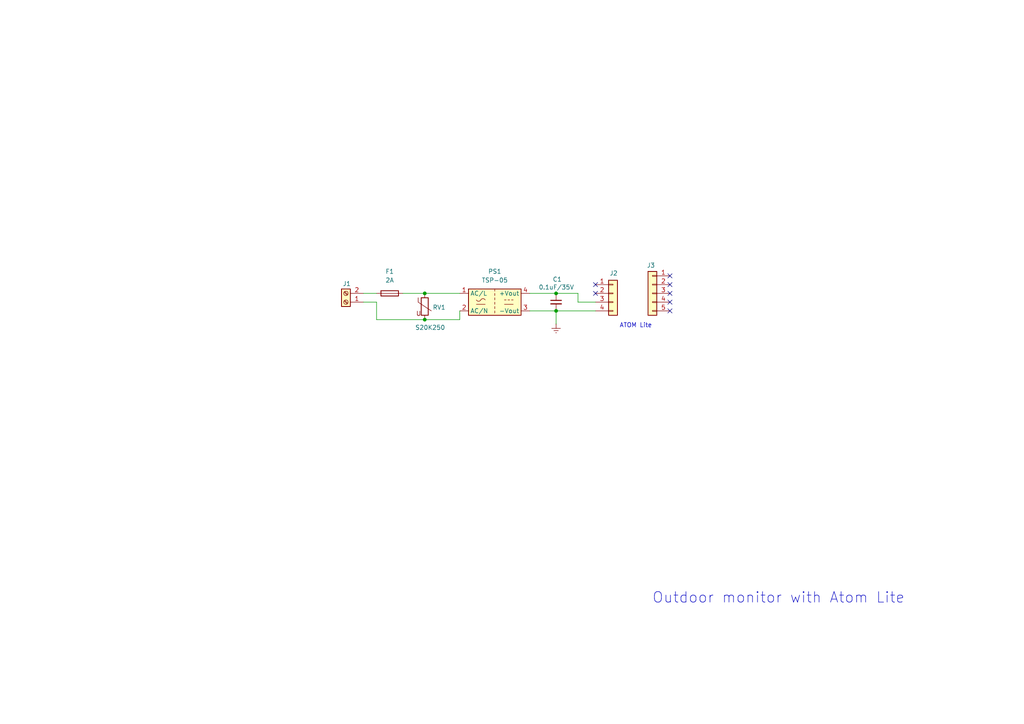
<source format=kicad_sch>
(kicad_sch (version 20250114) (generator "eeschema") (generator_version "9.0")
  (paper "A4")
  (lib_symbols
    (symbol "Connector:Screw_Terminal_01x02" (pin_names (offset 1.016) (hide yes))
      (property "Reference" "J" (at 0 2.54 0))
      (property "Value" "Screw_Terminal_01x02" (at 0 -5.08 0))
      (symbol "Screw_Terminal_01x02_1_1"
        (rectangle (start -1.27 1.27) (end 1.27 -3.81) (stroke (width 0.254)) (fill (type background)))
        (polyline (pts (xy -0.5334 0.3302) (xy 0.3302 -0.508)) (stroke (width 0.1524)))
        (polyline (pts (xy -0.5334 -2.2098) (xy 0.3302 -3.048)) (stroke (width 0.1524)))
        (polyline (pts (xy -0.3556 0.508) (xy 0.508 -0.3302)) (stroke (width 0.1524)))
        (polyline (pts (xy -0.3556 -2.032) (xy 0.508 -2.8702)) (stroke (width 0.1524)))
        (circle (center 0 0) (radius 0.635) (stroke (width 0.1524)))
        (circle (center 0 -2.54) (radius 0.635) (stroke (width 0.1524)))
        (pin passive line (at -5.08 0 0) (length 3.81) (name "Pin_1") (number "1"))
        (pin passive line (at -5.08 -2.54 0) (length 3.81) (name "Pin_2") (number "2"))
      )
    )
    (symbol "Connector_Generic:Conn_01x04" (pin_names (offset 1.016) (hide yes))
      (property "Reference" "J" (at 0 5.08 0))
      (property "Value" "Conn_01x04" (at 0 -7.62 0))
      (symbol "Conn_01x04_1_1"
        (rectangle (start -1.27 3.81) (end 1.27 -6.35) (stroke (width 0.254)) (fill (type background)))
        (rectangle (start -1.27 2.667) (end 0 2.413) (stroke (width 0.1524)))
        (rectangle (start -1.27 0.127) (end 0 -0.127) (stroke (width 0.1524)))
        (rectangle (start -1.27 -2.413) (end 0 -2.667) (stroke (width 0.1524)))
        (rectangle (start -1.27 -4.953) (end 0 -5.207) (stroke (width 0.1524)))
        (pin passive line (at -5.08 2.54 0) (length 3.81) (name "Pin_1") (number "1"))
        (pin passive line (at -5.08 0 0) (length 3.81) (name "Pin_2") (number "2"))
        (pin passive line (at -5.08 -2.54 0) (length 3.81) (name "Pin_3") (number "3"))
        (pin passive line (at -5.08 -5.08 0) (length 3.81) (name "Pin_4") (number "4"))
      )
    )
    (symbol "Connector_Generic:Conn_01x05" (pin_names (offset 1.016) (hide yes))
      (property "Reference" "J" (at 0 7.62 0))
      (property "Value" "Conn_01x05" (at 0 -7.62 0))
      (symbol "Conn_01x05_1_1"
        (rectangle (start -1.27 6.35) (end 1.27 -6.35) (stroke (width 0.254)) (fill (type background)))
        (rectangle (start -1.27 5.207) (end 0 4.953) (stroke (width 0.1524)))
        (rectangle (start -1.27 2.667) (end 0 2.413) (stroke (width 0.1524)))
        (rectangle (start -1.27 0.127) (end 0 -0.127) (stroke (width 0.1524)))
        (rectangle (start -1.27 -2.413) (end 0 -2.667) (stroke (width 0.1524)))
        (rectangle (start -1.27 -4.953) (end 0 -5.207) (stroke (width 0.1524)))
        (pin passive line (at -5.08 5.08 0) (length 3.81) (name "Pin_1") (number "1"))
        (pin passive line (at -5.08 2.54 0) (length 3.81) (name "Pin_2") (number "2"))
        (pin passive line (at -5.08 0 0) (length 3.81) (name "Pin_3") (number "3"))
        (pin passive line (at -5.08 -2.54 0) (length 3.81) (name "Pin_4") (number "4"))
        (pin passive line (at -5.08 -5.08 0) (length 3.81) (name "Pin_5") (number "5"))
      )
    )
    (symbol "Converter_ACDC:HLK-PM01"
      (property "Reference" "PS" (at 0 5.08 0))
      (property "Value" "HLK-PM01" (at 0 -5.08 0))
      (symbol "HLK-PM01_0_1"
        (rectangle (start -7.62 3.81) (end 7.62 -3.81) (stroke (width 0.254)) (fill (type background)))
        (polyline (pts (xy -5.334 -0.635) (xy -2.794 -0.635)))
        (arc (start -4.064 0.635) (mid -4.699 0.2495) (end -5.334 0.635))
        (arc (start -4.064 0.635) (mid -3.429 1.0072) (end -2.794 0.635))
        (polyline (pts (xy 0 3.81) (xy 0 3.175)))
        (polyline (pts (xy 0 2.54) (xy 0 1.905)))
        (polyline (pts (xy 0 1.27) (xy 0 0.635)))
        (polyline (pts (xy 0 0) (xy 0 -0.635)))
        (polyline (pts (xy 0 -1.27) (xy 0 -1.905)))
        (polyline (pts (xy 0 -2.54) (xy 0 -3.175)))
        (polyline (pts (xy 2.794 0.635) (xy 3.302 0.635)))
        (polyline (pts (xy 2.794 -0.635) (xy 5.334 -0.635)))
        (polyline (pts (xy 3.81 0.635) (xy 4.318 0.635)))
        (polyline (pts (xy 4.826 0.635) (xy 5.334 0.635)))
      )
      (symbol "HLK-PM01_1_1"
        (pin power_in line (at -10.16 2.54 0) (length 2.54) (name "AC/L") (number "1"))
        (pin power_in line (at -10.16 -2.54 0) (length 2.54) (name "AC/N") (number "2"))
        (pin power_out line (at 10.16 2.54 180) (length 2.54) (name "+Vout") (number "4"))
        (pin power_out line (at 10.16 -2.54 180) (length 2.54) (name "-Vout") (number "3"))
      )
    )
    (symbol "Device:C_Small" (pin_numbers (hide yes)) (pin_names (offset 0.254) (hide yes))
      (property "Reference" "C" (at 0.254 1.778 0))
      (property "Value" "C_Small" (at 0.254 -2.032 0))
      (symbol "C_Small_0_1"
        (polyline (pts (xy -1.524 0.508) (xy 1.524 0.508)) (stroke (width 0.3048)))
        (polyline (pts (xy -1.524 -0.508) (xy 1.524 -0.508)) (stroke (width 0.3302)))
      )
      (symbol "C_Small_1_1"
        (pin passive line (at 0 2.54 270) (length 2.032) (name "~") (number "1"))
        (pin passive line (at 0 -2.54 90) (length 2.032) (name "~") (number "2"))
      )
    )
    (symbol "Device:Fuse" (pin_numbers (hide yes)) (pin_names (offset 0))
      (property "Reference" "F" (at 2.032 0 90))
      (property "Value" "Fuse" (at -1.905 0 90))
      (symbol "Fuse_0_1"
        (rectangle (start -0.762 -2.54) (end 0.762 2.54) (stroke (width 0.254)))
        (polyline (pts (xy 0 2.54) (xy 0 -2.54)))
      )
      (symbol "Fuse_1_1"
        (pin passive line (at 0 3.81 270) (length 1.27) (name "~") (number "1"))
        (pin passive line (at 0 -3.81 90) (length 1.27) (name "~") (number "2"))
      )
    )
    (symbol "Device:Varistor" (pin_numbers (hide yes)) (pin_names (offset 0))
      (property "Reference" "RV" (at 3.175 0 90))
      (property "Value" "Varistor" (at -3.175 0 90))
      (symbol "Varistor_0_0"
        (text "U" (at -1.778 -2.032 0) (effects (font (size 1.27 1.27))))
      )
      (symbol "Varistor_0_1"
        (polyline (pts (xy -1.905 2.54) (xy -1.905 1.27) (xy 1.905 -1.27)))
        (rectangle (start -1.016 -2.54) (end 1.016 2.54) (stroke (width 0.254)))
      )
      (symbol "Varistor_1_1"
        (pin passive line (at 0 3.81 270) (length 1.27) (name "~") (number "1"))
        (pin passive line (at 0 -3.81 90) (length 1.27) (name "~") (number "2"))
      )
    )
    (symbol "power:GNDREF" (power) (pin_numbers (hide yes)) (pin_names (offset 0) (hide yes))
      (property "Value" "GNDREF" (at 0 -3.81 0))
      (symbol "GNDREF_0_1"
        (polyline (pts (xy -0.635 -1.905) (xy 0.635 -1.905)))
        (polyline (pts (xy -0.127 -2.54) (xy 0.127 -2.54)))
        (polyline (pts (xy 0 -1.27) (xy 0 0)))
        (polyline (pts (xy 1.27 -1.27) (xy -1.27 -1.27)))
      )
      (symbol "GNDREF_1_1"
        (pin power_in line (at 0 0 270) (length 0) (name "~") (number "1"))
      )
    )
  )
  (text "ATOM Lite" (at 184.404 94.488 0) (effects (font (size 1.27 1.27))))
  (text "Outdoor monitor with Atom Lite" (at 225.806 173.482 0) (effects (font (size 3.048 3.048))))
  (junction (at 123.19 92.71))
  (junction (at 161.29 85.09))
  (junction (at 123.19 85.09))
  (junction (at 161.29 90.17))
  (no_connect (at 172.72 85.09))
  (no_connect (at 194.31 90.17))
  (no_connect (at 194.31 85.09))
  (no_connect (at 194.31 80.01))
  (no_connect (at 172.72 82.55))
  (no_connect (at 194.31 82.55))
  (no_connect (at 194.31 87.63))
  (wire (pts (xy 116.84 85.09) (xy 123.19 85.09)))
  (wire (pts (xy 105.41 87.63) (xy 109.22 87.63)))
  (wire (pts (xy 105.41 85.09) (xy 109.22 85.09)))
  (wire (pts (xy 161.29 90.17) (xy 161.29 93.98)))
  (wire (pts (xy 153.67 90.17) (xy 161.29 90.17)))
  (wire (pts (xy 133.35 92.71) (xy 123.19 92.71)))
  (wire (pts (xy 161.29 90.17) (xy 172.72 90.17)))
  (wire (pts (xy 153.67 85.09) (xy 161.29 85.09)))
  (wire (pts (xy 172.72 87.63) (xy 167.64 87.63)))
  (wire (pts (xy 109.22 87.63) (xy 109.22 92.71)))
  (wire (pts (xy 133.35 90.17) (xy 133.35 92.71)))
  (wire (pts (xy 123.19 85.09) (xy 133.35 85.09)))
  (wire (pts (xy 161.29 85.09) (xy 167.64 85.09)))
  (wire (pts (xy 167.64 87.63) (xy 167.64 85.09)))
  (wire (pts (xy 109.22 92.71) (xy 123.19 92.71)))
  (symbol (lib_id "Connector_Generic:Conn_01x05") (at 189.23 85.09 0) (mirror y) (unit 1)
    (property "Reference" "J3" (at 189.992 76.962 0) (effects (justify left)))
    (property "Value" "Conn_01x05" (effects (hide yes)))
    (property "Footprint" "Connector_PinSocket_2.54mm:PinSocket_1x05_P2.54mm_Vertical" (effects (hide yes)))
    (property "Description" "Generic connector, single row, 01x05, script generated (kicad-library-utils/schlib/autogen/connector/)" (effects (hide yes)))
  )
  (symbol (lib_id "Converter_ACDC:HLK-PM01") (at 143.51 87.63 0) (unit 1)
    (property "Reference" "PS1" (at 143.51 78.74 0))
    (property "Value" "TSP-05" (at 143.51 81.28 0))
    (property "Footprint" "Converter_ACDC:Converter_ACDC_Hi-Link_HLK-PMxx" (effects (hide yes)))
    (property "Datasheet" "https://h.hlktech.com/download/ACDC%E7%94%B5%E6%BA%90%E6%A8%A1%E5%9D%973W%E7%B3%BB%E5%88%97/1/%E6%B5%B7%E5%87%8C%E7%A7%913W%E7%B3%BB%E5%88%97%E7%94%B5%E6%BA%90%E6%A8%A1%E5%9D%97%E8%A7%84%E6%A0%BC%E4%B9%A6V2.8.pdf" (effects (hide yes)))
    (property "Description" "Compact AC/DC board mount power module 3W 5V" (effects (hide yes)))
  )
  (symbol (lib_id "power:GNDREF") (at 161.29 93.98 0) (unit 1)
    (property "Reference" "#PWR01" (effects (hide yes)))
    (property "Value" "GNDREF" (effects (hide yes)))
    (property "Description" "Power symbol creates a global label with name \"GNDREF\" , reference supply ground" (effects (hide yes)))
  )
  (symbol (lib_id "Connector:Screw_Terminal_01x02") (at 100.33 87.63 180) (unit 1)
    (property "Reference" "J1" (at 100.584 82.296 0))
    (property "Value" "Screw_Terminal_01x02" (effects (hide yes)))
    (property "Footprint" "TerminalBlock_Phoenix:TerminalBlock_Phoenix_MKDS-1,5-2_1x02_P5.00mm_Horizontal" (effects (hide yes)))
    (property "Description" "Generic screw terminal, single row, 01x02, script generated (kicad-library-utils/schlib/autogen/connector/)" (effects (hide yes)))
  )
  (symbol (lib_id "Device:Varistor") (at 123.19 88.9 0) (unit 1)
    (property "Reference" "RV1" (at 125.476 89.154 0) (effects (justify left)))
    (property "Value" "S20K250" (at 120.396 94.996 0) (effects (justify left)))
    (property "Footprint" "Varistor:RV_Disc_D15.5mm_W4.9mm_P7.5mm" (effects (hide yes)))
    (property "Description" "Voltage dependent resistor" (effects (hide yes)))
    (property "Sim.Name" "kicad_builtin_varistor" (effects (hide yes)))
    (property "Sim.Device" "SUBCKT" (effects (hide yes)))
    (property "Sim.Pins" "1=A 2=B" (effects (hide yes)))
    (property "Sim.Params" "threshold=1k" (effects (hide yes)))
    (property "Sim.Library" "${KICAD9_SYMBOL_DIR}/Simulation_SPICE.sp" (effects (hide yes)))
  )
  (symbol (lib_id "Connector_Generic:Conn_01x04") (at 177.8 85.09 0) (unit 1)
    (property "Reference" "J2" (at 176.784 79.248 0) (effects (justify left)))
    (property "Value" "Conn_01x04" (effects (hide yes)))
    (property "Footprint" "Connector_PinSocket_2.54mm:PinSocket_1x04_P2.54mm_Vertical" (effects (hide yes)))
    (property "Description" "Generic connector, single row, 01x04, script generated (kicad-library-utils/schlib/autogen/connector/)" (effects (hide yes)))
  )
  (symbol (lib_id "Device:Fuse") (at 113.03 85.09 90) (unit 1)
    (property "Reference" "F1" (at 113.03 78.74 90))
    (property "Value" "2A" (at 113.03 81.28 90))
    (property "Footprint" "Fuse:Fuseholder_Cylinder-5x20mm_Schurter_0031_8201_Horizontal_Open" (effects (hide yes)))
    (property "Description" "Fuse" (effects (hide yes)))
  )
  (symbol (lib_id "Device:C_Small") (at 161.29 87.63 0) (unit 1)
    (property "Reference" "C1" (at 160.274 81.026 0) (effects (justify left)))
    (property "Value" "0.1uF/35V" (at 156.21 83.312 0) (effects (justify left)))
    (property "Footprint" "Capacitor_THT:C_Disc_D8.0mm_W5.0mm_P5.00mm" (effects (hide yes)))
    (property "Description" "Unpolarized capacitor, small symbol" (effects (hide yes)))
  )
)
</source>
